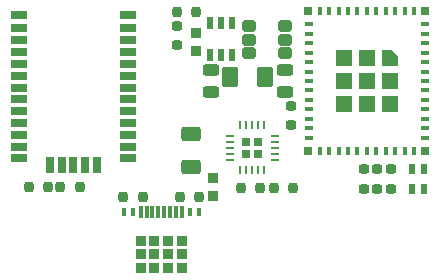
<source format=gbr>
%TF.GenerationSoftware,KiCad,Pcbnew,(6.0.2-0)*%
%TF.CreationDate,2022-03-06T08:12:53+00:00*%
%TF.ProjectId,Glider,476c6964-6572-42e6-9b69-6361645f7063,1*%
%TF.SameCoordinates,Original*%
%TF.FileFunction,Paste,Top*%
%TF.FilePolarity,Positive*%
%FSLAX46Y46*%
G04 Gerber Fmt 4.6, Leading zero omitted, Abs format (unit mm)*
G04 Created by KiCad (PCBNEW (6.0.2-0)) date 2022-03-06 08:12:53*
%MOMM*%
%LPD*%
G01*
G04 APERTURE LIST*
G04 Aperture macros list*
%AMRoundRect*
0 Rectangle with rounded corners*
0 $1 Rounding radius*
0 $2 $3 $4 $5 $6 $7 $8 $9 X,Y pos of 4 corners*
0 Add a 4 corners polygon primitive as box body*
4,1,4,$2,$3,$4,$5,$6,$7,$8,$9,$2,$3,0*
0 Add four circle primitives for the rounded corners*
1,1,$1+$1,$2,$3*
1,1,$1+$1,$4,$5*
1,1,$1+$1,$6,$7*
1,1,$1+$1,$8,$9*
0 Add four rect primitives between the rounded corners*
20,1,$1+$1,$2,$3,$4,$5,0*
20,1,$1+$1,$4,$5,$6,$7,0*
20,1,$1+$1,$6,$7,$8,$9,0*
20,1,$1+$1,$8,$9,$2,$3,0*%
%AMFreePoly0*
4,1,6,0.696000,-0.696000,-0.696000,-0.696000,-0.696000,0.118488,-0.118488,0.696000,0.696000,0.696000,0.696000,-0.696000,0.696000,-0.696000,$1*%
G04 Aperture macros list end*
%ADD10RoundRect,0.184000X0.200000X0.272000X-0.200000X0.272000X-0.200000X-0.272000X0.200000X-0.272000X0*%
%ADD11RoundRect,0.232500X-0.232500X-0.232500X0.232500X-0.232500X0.232500X0.232500X-0.232500X0.232500X0*%
%ADD12R,0.420000X0.798000*%
%ADD13RoundRect,0.069000X-0.075000X-0.478200X0.075000X-0.478200X0.075000X0.478200X-0.075000X0.478200X0*%
%ADD14RoundRect,0.184000X0.272000X-0.200000X0.272000X0.200000X-0.272000X0.200000X-0.272000X-0.200000X0*%
%ADD15R,0.480000X0.816000*%
%ADD16RoundRect,0.225000X-0.615000X0.375000X-0.615000X-0.375000X0.615000X-0.375000X0.615000X0.375000X0*%
%ADD17RoundRect,0.207000X-0.249000X0.225000X-0.249000X-0.225000X0.249000X-0.225000X0.249000X0.225000X0*%
%ADD18R,1.440000X0.672000*%
%ADD19R,0.672000X1.440000*%
%ADD20RoundRect,0.184000X-0.272000X0.200000X-0.272000X-0.200000X0.272000X-0.200000X0.272000X0.200000X0*%
%ADD21RoundRect,0.184000X-0.200000X-0.272000X0.200000X-0.272000X0.200000X0.272000X-0.200000X0.272000X0*%
%ADD22R,0.384000X0.768000*%
%ADD23R,0.768000X0.384000*%
%ADD24FreePoly0,270.000000*%
%ADD25R,1.392000X1.392000*%
%ADD26R,0.672000X0.672000*%
%ADD27RoundRect,0.186000X-0.189000X0.189000X-0.189000X-0.189000X0.189000X-0.189000X0.189000X0.189000X0*%
%ADD28RoundRect,0.048500X-0.071500X0.287500X-0.071500X-0.287500X0.071500X-0.287500X0.071500X0.287500X0*%
%ADD29RoundRect,0.057500X-0.278500X0.062500X-0.278500X-0.062500X0.278500X-0.062500X0.278500X0.062500X0*%
%ADD30RoundRect,0.207000X0.249000X-0.225000X0.249000X0.225000X-0.249000X0.225000X-0.249000X-0.225000X0*%
%ADD31RoundRect,0.250000X-0.350000X-0.250000X0.350000X-0.250000X0.350000X0.250000X-0.350000X0.250000X0*%
%ADD32R,0.576000X1.056000*%
%ADD33RoundRect,0.220875X-0.463125X-0.619125X0.463125X-0.619125X0.463125X0.619125X-0.463125X0.619125X0*%
%ADD34RoundRect,0.230000X-0.466000X0.250000X-0.466000X-0.250000X0.466000X-0.250000X0.466000X0.250000X0*%
G04 APERTURE END LIST*
D10*
%TO.C,R2*%
X95475000Y-134150000D03*
X93825000Y-134150000D03*
%TD*%
D11*
%TO.C,J3*%
X97615000Y-139015000D03*
X96465000Y-140165000D03*
X97615000Y-137865000D03*
X96465000Y-137865000D03*
X98765000Y-140165000D03*
X98765000Y-137865000D03*
X97615000Y-140165000D03*
X95315000Y-137865000D03*
X95315000Y-140165000D03*
X98765000Y-139015000D03*
X95315000Y-139015000D03*
X96465000Y-139015000D03*
D12*
X93850000Y-135440000D03*
X94650000Y-135440000D03*
D13*
X95800000Y-135440000D03*
X96800000Y-135440000D03*
X97300000Y-135440000D03*
X98300000Y-135440000D03*
D12*
X100250000Y-135440000D03*
X99450000Y-135440000D03*
D13*
X98800000Y-135440000D03*
X97800000Y-135440000D03*
X96300000Y-135440000D03*
X95300000Y-135440000D03*
%TD*%
D10*
%TO.C,R3*%
X100275000Y-134150000D03*
X98625000Y-134150000D03*
%TD*%
D14*
%TO.C,R9*%
X114200000Y-133475000D03*
X114200000Y-131825000D03*
%TD*%
%TO.C,R10*%
X116500000Y-133475000D03*
X116500000Y-131825000D03*
%TD*%
%TO.C,R11*%
X115350000Y-133475000D03*
X115350000Y-131825000D03*
%TD*%
D15*
%TO.C,D2*%
X119250000Y-131775000D03*
X119250000Y-133525000D03*
X118250000Y-133525000D03*
X118250000Y-131775000D03*
%TD*%
D16*
%TO.C,D1*%
X99600000Y-128800000D03*
X99600000Y-131600000D03*
%TD*%
D17*
%TO.C,C1*%
X101400000Y-132525000D03*
X101400000Y-134075000D03*
%TD*%
D18*
%TO.C,U2*%
X94200000Y-130900000D03*
X94200000Y-129900000D03*
X94200000Y-128900000D03*
X94200000Y-127900000D03*
X94200000Y-126900000D03*
X94200000Y-125900000D03*
X94200000Y-124900000D03*
X94200000Y-123900000D03*
X94200000Y-122900000D03*
X94200000Y-121900000D03*
X94200000Y-120900000D03*
X94200000Y-119900000D03*
X94200000Y-118750000D03*
X85000000Y-118750000D03*
X85000000Y-119900000D03*
X85000000Y-120900000D03*
X85000000Y-121900000D03*
X85000000Y-122900000D03*
X85000000Y-123900000D03*
X85000000Y-124900000D03*
X85000000Y-125900000D03*
X85000000Y-126900000D03*
X85000000Y-127900000D03*
X85000000Y-128900000D03*
X85000000Y-129900000D03*
X85000000Y-130900000D03*
D19*
X87600000Y-131500000D03*
X88600000Y-131500000D03*
X89600000Y-131500000D03*
X90600000Y-131500000D03*
X91600000Y-131500000D03*
%TD*%
D20*
%TO.C,R1*%
X108070000Y-126425000D03*
X108070000Y-128075000D03*
%TD*%
D21*
%TO.C,R4*%
X103775000Y-133400000D03*
X105425000Y-133400000D03*
%TD*%
D22*
%TO.C,U1*%
X118456750Y-118450000D03*
X117656750Y-118450000D03*
X116856750Y-118450000D03*
X116056750Y-118450000D03*
X115256750Y-118450000D03*
X114456750Y-118450000D03*
X113656750Y-118450000D03*
X112856750Y-118450000D03*
X112056750Y-118450000D03*
X111256750Y-118450000D03*
X110456750Y-118450000D03*
D23*
X109556750Y-119550000D03*
X109556750Y-120350000D03*
X109556750Y-121150000D03*
X109556750Y-121950000D03*
X109556750Y-122750000D03*
X109556750Y-123550000D03*
X109556750Y-124350000D03*
X109556750Y-125150000D03*
X109556750Y-125950000D03*
X109556750Y-126750000D03*
X109556750Y-127550000D03*
X109556750Y-128350000D03*
X109556750Y-129150000D03*
D22*
X110456750Y-130250000D03*
X111256750Y-130250000D03*
X112056750Y-130250000D03*
X112856750Y-130250000D03*
X113656750Y-130250000D03*
X114456750Y-130250000D03*
X115256750Y-130250000D03*
X116056750Y-130250000D03*
X116856750Y-130250000D03*
X117656750Y-130250000D03*
X118456750Y-130250000D03*
D23*
X119356750Y-129150000D03*
X119356750Y-128350000D03*
X119356750Y-127550000D03*
X119356750Y-126750000D03*
X119356750Y-125950000D03*
X119356750Y-125150000D03*
X119356750Y-124350000D03*
X119356750Y-123550000D03*
X119356750Y-122750000D03*
X119356750Y-121950000D03*
X119356750Y-121150000D03*
X119356750Y-120350000D03*
X119356750Y-119550000D03*
D24*
X116431750Y-122375000D03*
D25*
X112481750Y-124350000D03*
X116431750Y-124350000D03*
X114456750Y-126325000D03*
X112481750Y-122375000D03*
X114456750Y-122375000D03*
X116431750Y-126325000D03*
X114456750Y-124350000D03*
X112481750Y-126325000D03*
D26*
X119406750Y-130300000D03*
X109506750Y-130300000D03*
X109506750Y-118400000D03*
X119406750Y-118400000D03*
%TD*%
D10*
%TO.C,R12*%
X100000000Y-118500000D03*
X98350000Y-118500000D03*
%TD*%
D27*
%TO.C,U3*%
X105250000Y-130500000D03*
X105250000Y-129500000D03*
X104250000Y-129500000D03*
X104250000Y-130500000D03*
D28*
X105750000Y-128100000D03*
X105250000Y-128100000D03*
X104750000Y-128100000D03*
X104250000Y-128100000D03*
X103750000Y-128100000D03*
D29*
X102850000Y-129000000D03*
X102850000Y-129500000D03*
X102850000Y-130000000D03*
X102850000Y-130500000D03*
X102850000Y-131000000D03*
D28*
X103750000Y-131900000D03*
X104250000Y-131900000D03*
X104750000Y-131900000D03*
X105250000Y-131900000D03*
X105750000Y-131900000D03*
D29*
X106650000Y-131000000D03*
X106650000Y-130500000D03*
X106650000Y-130000000D03*
X106650000Y-129500000D03*
X106650000Y-129000000D03*
%TD*%
D30*
%TO.C,U4*%
X100000000Y-121825000D03*
X100000000Y-120275000D03*
D31*
X104500000Y-119700000D03*
D32*
X103050000Y-122150000D03*
D31*
X104500000Y-122000000D03*
X107500000Y-120850000D03*
X107500000Y-122000000D03*
D33*
X102897500Y-123970000D03*
D31*
X104500000Y-120850000D03*
D32*
X103050000Y-119450000D03*
D31*
X107500000Y-119700000D03*
D32*
X101150000Y-122150000D03*
X102100000Y-122150000D03*
D34*
X101250000Y-123400000D03*
D32*
X102100000Y-119450000D03*
D34*
X107500000Y-125300000D03*
X101250000Y-125300000D03*
D33*
X105862500Y-123970000D03*
D34*
X107500000Y-123400000D03*
D32*
X101150000Y-119450000D03*
%TD*%
D21*
%TO.C,R5*%
X106575000Y-133400000D03*
X108225000Y-133400000D03*
%TD*%
D10*
%TO.C,R6*%
X87475000Y-133300000D03*
X85825000Y-133300000D03*
%TD*%
D14*
%TO.C,R8*%
X98350000Y-121325000D03*
X98350000Y-119675000D03*
%TD*%
D10*
%TO.C,R7*%
X90125000Y-133300000D03*
X88475000Y-133300000D03*
%TD*%
M02*

</source>
